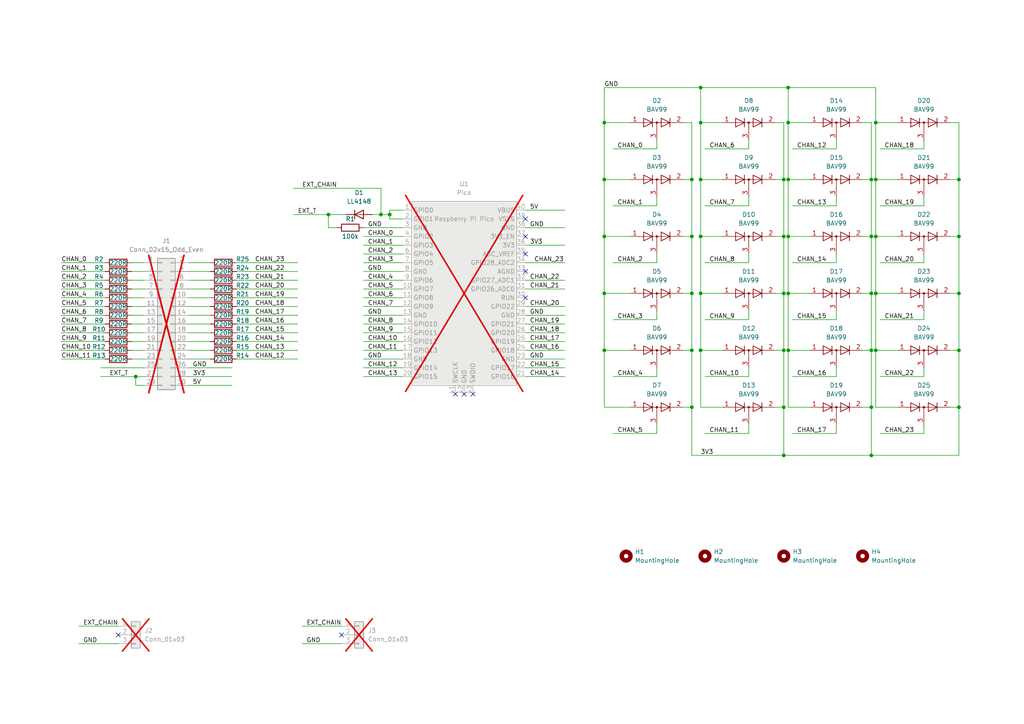
<source format=kicad_sch>
(kicad_sch (version 20231120) (generator "eeschema") (generator_version "8.0")
  (paper "A4")
  (lib_symbols
    (symbol "Connector_Generic:Conn_01x03" (pin_names (offset 1.016) hide)
      (property "Reference" "J" (at 0 5.08 0))
      (property "Value" "Conn_01x03" (at 0 -5.08 0))
      (symbol "Conn_01x03_1_1"
        (rectangle (start -1.27 -2.413) (end 0 -2.667) (stroke (width 0.1524)))
        (rectangle (start -1.27 0.127) (end 0 -0.127) (stroke (width 0.1524)))
        (rectangle (start -1.27 2.667) (end 0 2.413) (stroke (width 0.1524)))
        (rectangle (start -1.27 3.81) (end 1.27 -3.81) (stroke (width 0.254)) (fill (type background)))
        (pin passive line (at -5.08 2.54 0) (length 3.81) (name "Pin_1") (number "1"))
        (pin passive line (at -5.08 0 0) (length 3.81) (name "Pin_2") (number "2"))
        (pin passive line (at -5.08 -2.54 0) (length 3.81) (name "Pin_3") (number "3"))
      )
    )
    (symbol "Connector_Generic:Conn_02x15_Odd_Even" (pin_names (offset 1.016) hide)
      (property "Reference" "J" (at 1.27 20.32 0))
      (property "Value" "Conn_02x15_Odd_Even" (at 1.27 -20.32 0))
      (symbol "Conn_02x15_Odd_Even_1_1"
        (rectangle (start -1.27 -17.653) (end 0 -17.907) (stroke (width 0.1524)))
        (rectangle (start -1.27 -15.113) (end 0 -15.367) (stroke (width 0.1524)))
        (rectangle (start -1.27 -12.573) (end 0 -12.827) (stroke (width 0.1524)))
        (rectangle (start -1.27 -10.033) (end 0 -10.287) (stroke (width 0.1524)))
        (rectangle (start -1.27 -7.493) (end 0 -7.747) (stroke (width 0.1524)))
        (rectangle (start -1.27 -4.953) (end 0 -5.207) (stroke (width 0.1524)))
        (rectangle (start -1.27 -2.413) (end 0 -2.667) (stroke (width 0.1524)))
        (rectangle (start -1.27 0.127) (end 0 -0.127) (stroke (width 0.1524)))
        (rectangle (start -1.27 2.667) (end 0 2.413) (stroke (width 0.1524)))
        (rectangle (start -1.27 5.207) (end 0 4.953) (stroke (width 0.1524)))
        (rectangle (start -1.27 7.747) (end 0 7.493) (stroke (width 0.1524)))
        (rectangle (start -1.27 10.287) (end 0 10.033) (stroke (width 0.1524)))
        (rectangle (start -1.27 12.827) (end 0 12.573) (stroke (width 0.1524)))
        (rectangle (start -1.27 15.367) (end 0 15.113) (stroke (width 0.1524)))
        (rectangle (start -1.27 17.907) (end 0 17.653) (stroke (width 0.1524)))
        (rectangle (start -1.27 19.05) (end 3.81 -19.05) (stroke (width 0.254)) (fill (type background)))
        (rectangle (start 3.81 -17.653) (end 2.54 -17.907) (stroke (width 0.1524)))
        (rectangle (start 3.81 -15.113) (end 2.54 -15.367) (stroke (width 0.1524)))
        (rectangle (start 3.81 -12.573) (end 2.54 -12.827) (stroke (width 0.1524)))
        (rectangle (start 3.81 -10.033) (end 2.54 -10.287) (stroke (width 0.1524)))
        (rectangle (start 3.81 -7.493) (end 2.54 -7.747) (stroke (width 0.1524)))
        (rectangle (start 3.81 -4.953) (end 2.54 -5.207) (stroke (width 0.1524)))
        (rectangle (start 3.81 -2.413) (end 2.54 -2.667) (stroke (width 0.1524)))
        (rectangle (start 3.81 0.127) (end 2.54 -0.127) (stroke (width 0.1524)))
        (rectangle (start 3.81 2.667) (end 2.54 2.413) (stroke (width 0.1524)))
        (rectangle (start 3.81 5.207) (end 2.54 4.953) (stroke (width 0.1524)))
        (rectangle (start 3.81 7.747) (end 2.54 7.493) (stroke (width 0.1524)))
        (rectangle (start 3.81 10.287) (end 2.54 10.033) (stroke (width 0.1524)))
        (rectangle (start 3.81 12.827) (end 2.54 12.573) (stroke (width 0.1524)))
        (rectangle (start 3.81 15.367) (end 2.54 15.113) (stroke (width 0.1524)))
        (rectangle (start 3.81 17.907) (end 2.54 17.653) (stroke (width 0.1524)))
        (pin passive line (at -5.08 17.78 0) (length 3.81) (name "Pin_1") (number "1"))
        (pin passive line (at 7.62 7.62 180) (length 3.81) (name "Pin_10") (number "10"))
        (pin passive line (at -5.08 5.08 0) (length 3.81) (name "Pin_11") (number "11"))
        (pin passive line (at 7.62 5.08 180) (length 3.81) (name "Pin_12") (number "12"))
        (pin passive line (at -5.08 2.54 0) (length 3.81) (name "Pin_13") (number "13"))
        (pin passive line (at 7.62 2.54 180) (length 3.81) (name "Pin_14") (number "14"))
        (pin passive line (at -5.08 0 0) (length 3.81) (name "Pin_15") (number "15"))
        (pin passive line (at 7.62 0 180) (length 3.81) (name "Pin_16") (number "16"))
        (pin passive line (at -5.08 -2.54 0) (length 3.81) (name "Pin_17") (number "17"))
        (pin passive line (at 7.62 -2.54 180) (length 3.81) (name "Pin_18") (number "18"))
        (pin passive line (at -5.08 -5.08 0) (length 3.81) (name "Pin_19") (number "19"))
        (pin passive line (at 7.62 17.78 180) (length 3.81) (name "Pin_2") (number "2"))
        (pin passive line (at 7.62 -5.08 180) (length 3.81) (name "Pin_20") (number "20"))
        (pin passive line (at -5.08 -7.62 0) (length 3.81) (name "Pin_21") (number "21"))
        (pin passive line (at 7.62 -7.62 180) (length 3.81) (name "Pin_22") (number "22"))
        (pin passive line (at -5.08 -10.16 0) (length 3.81) (name "Pin_23") (number "23"))
        (pin passive line (at 7.62 -10.16 180) (length 3.81) (name "Pin_24") (number "24"))
        (pin passive line (at -5.08 -12.7 0) (length 3.81) (name "Pin_25") (number "25"))
        (pin passive line (at 7.62 -12.7 180) (length 3.81) (name "Pin_26") (number "26"))
        (pin passive line (at -5.08 -15.24 0) (length 3.81) (name "Pin_27") (number "27"))
        (pin passive line (at 7.62 -15.24 180) (length 3.81) (name "Pin_28") (number "28"))
        (pin passive line (at -5.08 -17.78 0) (length 3.81) (name "Pin_29") (number "29"))
        (pin passive line (at -5.08 15.24 0) (length 3.81) (name "Pin_3") (number "3"))
        (pin passive line (at 7.62 -17.78 180) (length 3.81) (name "Pin_30") (number "30"))
        (pin passive line (at 7.62 15.24 180) (length 3.81) (name "Pin_4") (number "4"))
        (pin passive line (at -5.08 12.7 0) (length 3.81) (name "Pin_5") (number "5"))
        (pin passive line (at 7.62 12.7 180) (length 3.81) (name "Pin_6") (number "6"))
        (pin passive line (at -5.08 10.16 0) (length 3.81) (name "Pin_7") (number "7"))
        (pin passive line (at 7.62 10.16 180) (length 3.81) (name "Pin_8") (number "8"))
        (pin passive line (at -5.08 7.62 0) (length 3.81) (name "Pin_9") (number "9"))
      )
    )
    (symbol "Device:R" (pin_numbers hide) (pin_names (offset 0))
      (property "Reference" "R" (at 2.032 0 90))
      (property "Value" "R" (at 0 0 90))
      (symbol "R_0_1"
        (rectangle (start -1.016 -2.54) (end 1.016 2.54) (stroke (width 0.254)))
      )
      (symbol "R_1_1"
        (pin passive line (at 0 3.81 270) (length 1.27) (name "~") (number "1"))
        (pin passive line (at 0 -3.81 90) (length 1.27) (name "~") (number "2"))
      )
    )
    (symbol "Diode:BAV99" (pin_names hide)
      (property "Reference" "D" (at 0 5.08 0))
      (property "Value" "BAV99" (at 0 2.54 0))
      (symbol "BAV99_0_1"
        (polyline (pts (xy -5.08 0) (xy 5.08 0)))
      )
      (symbol "BAV99_1_1"
        (polyline (pts (xy 0 0) (xy 0 -2.54)))
        (polyline (pts (xy -1.27 -1.27) (xy -1.27 1.27) (xy -1.27 1.27)) (stroke (width 0.2032)))
        (polyline (pts (xy 3.81 1.27) (xy 3.81 -1.27) (xy 3.81 -1.27)) (stroke (width 0.2032)))
        (polyline (pts (xy -3.81 1.27) (xy -1.27 0) (xy -3.81 -1.27) (xy -3.81 1.27) (xy -3.81 1.27) (xy -3.81 1.27)) (stroke (width 0.2032)))
        (polyline (pts (xy 1.27 1.27) (xy 3.81 0) (xy 1.27 -1.27) (xy 1.27 1.27) (xy 1.27 1.27) (xy 1.27 1.27)) (stroke (width 0.2032)))
        (circle (center 0 0) (radius 0.254) (fill (type outline)))
        (pin passive line (at -7.62 0 0) (length 2.54) (name "K") (number "1"))
        (pin passive line (at 7.62 0 180) (length 2.54) (name "A") (number "2"))
        (pin passive line (at 0 -5.08 90) (length 2.54) (name "K") (number "3"))
      )
    )
    (symbol "Diode:LL4148" (pin_numbers hide) (pin_names (offset 1.016) hide)
      (property "Reference" "D" (at 0 2.54 0))
      (property "Value" "LL4148" (at 0 -2.54 0))
      (symbol "LL4148_0_1"
        (polyline (pts (xy -1.27 1.27) (xy -1.27 -1.27)) (stroke (width 0.254)))
        (polyline (pts (xy 1.27 0) (xy -1.27 0)))
        (polyline (pts (xy 1.27 1.27) (xy 1.27 -1.27) (xy -1.27 0) (xy 1.27 1.27)) (stroke (width 0.254)))
      )
      (symbol "LL4148_1_1"
        (pin passive line (at -3.81 0 0) (length 2.54) (name "K") (number "1"))
        (pin passive line (at 3.81 0 180) (length 2.54) (name "A") (number "2"))
      )
    )
    (symbol "MCU_RaspberryPi_and_Boards:Pico"
      (property "Reference" "U" (at -13.97 27.94 0))
      (property "Value" "Pico" (at 0 19.05 0))
      (symbol "Pico_0_0"
        (text "Raspberry Pi Pico" (at 0 21.59 0) (effects (font (size 1.27 1.27))))
      )
      (symbol "Pico_0_1"
        (rectangle (start -15.24 26.67) (end 15.24 -26.67) (fill (type background)))
      )
      (symbol "Pico_1_1"
        (pin bidirectional line (at -17.78 24.13 0) (length 2.54) (name "GPIO0") (number "1"))
        (pin bidirectional line (at -17.78 1.27 0) (length 2.54) (name "GPIO7") (number "10"))
        (pin bidirectional line (at -17.78 -1.27 0) (length 2.54) (name "GPIO8") (number "11"))
        (pin bidirectional line (at -17.78 -3.81 0) (length 2.54) (name "GPIO9") (number "12"))
        (pin power_in line (at -17.78 -6.35 0) (length 2.54) (name "GND") (number "13"))
        (pin bidirectional line (at -17.78 -8.89 0) (length 2.54) (name "GPIO10") (number "14"))
        (pin bidirectional line (at -17.78 -11.43 0) (length 2.54) (name "GPIO11") (number "15"))
        (pin bidirectional line (at -17.78 -13.97 0) (length 2.54) (name "GPIO12") (number "16"))
        (pin bidirectional line (at -17.78 -16.51 0) (length 2.54) (name "GPIO13") (number "17"))
        (pin power_in line (at -17.78 -19.05 0) (length 2.54) (name "GND") (number "18"))
        (pin bidirectional line (at -17.78 -21.59 0) (length 2.54) (name "GPIO14") (number "19"))
        (pin bidirectional line (at -17.78 21.59 0) (length 2.54) (name "GPIO1") (number "2"))
        (pin bidirectional line (at -17.78 -24.13 0) (length 2.54) (name "GPIO15") (number "20"))
        (pin bidirectional line (at 17.78 -24.13 180) (length 2.54) (name "GPIO16") (number "21"))
        (pin bidirectional line (at 17.78 -21.59 180) (length 2.54) (name "GPIO17") (number "22"))
        (pin power_in line (at 17.78 -19.05 180) (length 2.54) (name "GND") (number "23"))
        (pin bidirectional line (at 17.78 -16.51 180) (length 2.54) (name "GPIO18") (number "24"))
        (pin bidirectional line (at 17.78 -13.97 180) (length 2.54) (name "GPIO19") (number "25"))
        (pin bidirectional line (at 17.78 -11.43 180) (length 2.54) (name "GPIO20") (number "26"))
        (pin bidirectional line (at 17.78 -8.89 180) (length 2.54) (name "GPIO21") (number "27"))
        (pin power_in line (at 17.78 -6.35 180) (length 2.54) (name "GND") (number "28"))
        (pin bidirectional line (at 17.78 -3.81 180) (length 2.54) (name "GPIO22") (number "29"))
        (pin power_in line (at -17.78 19.05 0) (length 2.54) (name "GND") (number "3"))
        (pin input line (at 17.78 -1.27 180) (length 2.54) (name "RUN") (number "30"))
        (pin bidirectional line (at 17.78 1.27 180) (length 2.54) (name "GPIO26_ADC0") (number "31"))
        (pin bidirectional line (at 17.78 3.81 180) (length 2.54) (name "GPIO27_ADC1") (number "32"))
        (pin power_in line (at 17.78 6.35 180) (length 2.54) (name "AGND") (number "33"))
        (pin bidirectional line (at 17.78 8.89 180) (length 2.54) (name "GPIO28_ADC2") (number "34"))
        (pin power_in line (at 17.78 11.43 180) (length 2.54) (name "ADC_VREF") (number "35"))
        (pin power_in line (at 17.78 13.97 180) (length 2.54) (name "3V3") (number "36"))
        (pin input line (at 17.78 16.51 180) (length 2.54) (name "3V3_EN") (number "37"))
        (pin bidirectional line (at 17.78 19.05 180) (length 2.54) (name "GND") (number "38"))
        (pin power_in line (at 17.78 21.59 180) (length 2.54) (name "VSYS") (number "39"))
        (pin bidirectional line (at -17.78 16.51 0) (length 2.54) (name "GPIO2") (number "4"))
        (pin power_in line (at 17.78 24.13 180) (length 2.54) (name "VBUS") (number "40"))
        (pin input line (at -2.54 -29.21 90) (length 2.54) (name "SWCLK") (number "41"))
        (pin power_in line (at 0 -29.21 90) (length 2.54) (name "GND") (number "42"))
        (pin bidirectional line (at 2.54 -29.21 90) (length 2.54) (name "SWDIO") (number "43"))
        (pin bidirectional line (at -17.78 13.97 0) (length 2.54) (name "GPIO3") (number "5"))
        (pin bidirectional line (at -17.78 11.43 0) (length 2.54) (name "GPIO4") (number "6"))
        (pin bidirectional line (at -17.78 8.89 0) (length 2.54) (name "GPIO5") (number "7"))
        (pin power_in line (at -17.78 6.35 0) (length 2.54) (name "GND") (number "8"))
        (pin bidirectional line (at -17.78 3.81 0) (length 2.54) (name "GPIO6") (number "9"))
      )
    )
    (symbol "Mechanical:MountingHole" (pin_names (offset 1.016)) (exclude_from_sim yes) (in_bom no)
      (property "Reference" "H" (at 0 5.08 0))
      (property "Value" "MountingHole" (at 0 3.175 0))
      (symbol "MountingHole_0_1"
        (circle (center 0 0) (radius 1.27) (stroke (width 1.27)))
      )
    )
  )
  (junction (at 252.73 101.6))
  (junction (at 252.73 118.11))
  (junction (at 228.6 25.4))
  (junction (at 252.73 68.58))
  (junction (at 203.2 35.56))
  (junction (at 227.33 85.09))
  (junction (at 200.66 68.58))
  (junction (at 227.33 101.6))
  (junction (at 203.2 68.58))
  (junction (at 95.25 62.23))
  (junction (at 203.2 101.6))
  (junction (at 228.6 68.58))
  (junction (at 175.26 85.09))
  (junction (at 203.2 85.09))
  (junction (at 252.73 85.09))
  (junction (at 228.6 101.6))
  (junction (at 227.33 68.58))
  (junction (at 203.2 25.4))
  (junction (at 228.6 35.56))
  (junction (at 254 85.09))
  (junction (at 254 68.58))
  (junction (at 254 101.6))
  (junction (at 200.66 85.09))
  (junction (at 278.13 101.6))
  (junction (at 175.26 101.6))
  (junction (at 254 52.07))
  (junction (at 200.66 118.11))
  (junction (at 175.26 68.58))
  (junction (at 200.66 101.6))
  (junction (at 278.13 52.07))
  (junction (at 254 35.56))
  (junction (at 278.13 68.58))
  (junction (at 252.73 132.08))
  (junction (at 175.26 52.07))
  (junction (at 278.13 85.09))
  (junction (at 227.33 118.11))
  (junction (at 175.26 35.56))
  (junction (at 39.37 109.22))
  (junction (at 228.6 52.07))
  (junction (at 252.73 52.07))
  (junction (at 227.33 52.07))
  (junction (at 113.03 62.23))
  (junction (at 278.13 118.11))
  (junction (at 227.33 132.08))
  (junction (at 203.2 52.07))
  (junction (at 228.6 85.09))
  (junction (at 110.49 62.23))
  (junction (at 200.66 52.07))
  (no_connect (at 34.29 184.15))
  (no_connect (at 99.06 184.15))
  (no_connect (at 152.4 86.36))
  (no_connect (at 152.4 63.5))
  (no_connect (at 152.4 68.58))
  (no_connect (at 152.4 73.66))
  (no_connect (at 152.4 78.74))
  (no_connect (at 137.16 114.3))
  (no_connect (at 134.62 114.3))
  (no_connect (at 132.08 114.3))
  (wire (pts (xy 105.41 86.36) (xy 116.84 86.36)))
  (wire (pts (xy 54.61 86.36) (xy 60.96 86.36)))
  (wire (pts (xy 17.78 81.28) (xy 30.48 81.28)))
  (wire (pts (xy 107.95 62.23) (xy 110.49 62.23)))
  (wire (pts (xy 38.1 99.06) (xy 41.91 99.06)))
  (wire (pts (xy 175.26 25.4) (xy 203.2 25.4)))
  (wire (pts (xy 254 68.58) (xy 254 85.09)))
  (wire (pts (xy 38.1 91.44) (xy 41.91 91.44)))
  (wire (pts (xy 54.61 88.9) (xy 60.96 88.9)))
  (wire (pts (xy 229.87 92.71) (xy 242.57 92.71)))
  (wire (pts (xy 200.66 132.08) (xy 227.33 132.08)))
  (wire (pts (xy 229.87 59.69) (xy 242.57 59.69)))
  (wire (pts (xy 17.78 88.9) (xy 30.48 88.9)))
  (wire (pts (xy 38.1 101.6) (xy 41.91 101.6)))
  (wire (pts (xy 54.61 111.76) (xy 67.31 111.76)))
  (wire (pts (xy 203.2 101.6) (xy 209.55 101.6)))
  (wire (pts (xy 228.6 25.4) (xy 228.6 35.56)))
  (wire (pts (xy 250.19 52.07) (xy 252.73 52.07)))
  (wire (pts (xy 68.58 91.44) (xy 86.36 91.44)))
  (wire (pts (xy 175.26 101.6) (xy 182.88 101.6)))
  (wire (pts (xy 255.27 59.69) (xy 267.97 59.69)))
  (wire (pts (xy 228.6 85.09) (xy 234.95 85.09)))
  (wire (pts (xy 252.73 101.6) (xy 252.73 118.11)))
  (wire (pts (xy 152.4 81.28) (xy 163.83 81.28)))
  (wire (pts (xy 217.17 73.66) (xy 217.17 76.2)))
  (wire (pts (xy 252.73 68.58) (xy 252.73 85.09)))
  (wire (pts (xy 175.26 25.4) (xy 175.26 35.56)))
  (wire (pts (xy 278.13 101.6) (xy 278.13 118.11)))
  (wire (pts (xy 68.58 101.6) (xy 86.36 101.6)))
  (wire (pts (xy 200.66 68.58) (xy 200.66 85.09)))
  (wire (pts (xy 152.4 83.82) (xy 163.83 83.82)))
  (wire (pts (xy 68.58 81.28) (xy 86.36 81.28)))
  (wire (pts (xy 68.58 88.9) (xy 86.36 88.9)))
  (wire (pts (xy 17.78 91.44) (xy 30.48 91.44)))
  (wire (pts (xy 198.12 35.56) (xy 200.66 35.56)))
  (wire (pts (xy 252.73 85.09) (xy 252.73 101.6)))
  (wire (pts (xy 227.33 52.07) (xy 227.33 68.58)))
  (wire (pts (xy 200.66 52.07) (xy 200.66 68.58)))
  (wire (pts (xy 105.41 106.68) (xy 116.84 106.68)))
  (wire (pts (xy 95.25 62.23) (xy 100.33 62.23)))
  (wire (pts (xy 278.13 35.56) (xy 278.13 52.07)))
  (wire (pts (xy 224.79 68.58) (xy 227.33 68.58)))
  (wire (pts (xy 105.41 78.74) (xy 116.84 78.74)))
  (wire (pts (xy 209.55 118.11) (xy 203.2 118.11)))
  (wire (pts (xy 198.12 68.58) (xy 200.66 68.58)))
  (wire (pts (xy 200.66 101.6) (xy 200.66 118.11)))
  (wire (pts (xy 175.26 85.09) (xy 175.26 101.6)))
  (wire (pts (xy 17.78 101.6) (xy 30.48 101.6)))
  (wire (pts (xy 254 35.56) (xy 260.35 35.56)))
  (wire (pts (xy 190.5 123.19) (xy 190.5 125.73)))
  (wire (pts (xy 54.61 76.2) (xy 60.96 76.2)))
  (wire (pts (xy 242.57 90.17) (xy 242.57 92.71)))
  (wire (pts (xy 152.4 60.96) (xy 163.83 60.96)))
  (wire (pts (xy 38.1 83.82) (xy 41.91 83.82)))
  (wire (pts (xy 252.73 52.07) (xy 252.73 68.58)))
  (wire (pts (xy 105.41 66.04) (xy 116.84 66.04)))
  (wire (pts (xy 250.19 35.56) (xy 252.73 35.56)))
  (wire (pts (xy 113.03 62.23) (xy 113.03 63.5)))
  (wire (pts (xy 190.5 40.64) (xy 190.5 43.18)))
  (wire (pts (xy 278.13 118.11) (xy 278.13 132.08)))
  (wire (pts (xy 17.78 83.82) (xy 30.48 83.82)))
  (wire (pts (xy 204.47 59.69) (xy 217.17 59.69)))
  (wire (pts (xy 228.6 25.4) (xy 254 25.4)))
  (wire (pts (xy 242.57 73.66) (xy 242.57 76.2)))
  (wire (pts (xy 267.97 73.66) (xy 267.97 76.2)))
  (wire (pts (xy 267.97 106.68) (xy 267.97 109.22)))
  (wire (pts (xy 177.8 76.2) (xy 190.5 76.2)))
  (wire (pts (xy 54.61 99.06) (xy 60.96 99.06)))
  (wire (pts (xy 54.61 106.68) (xy 67.31 106.68)))
  (wire (pts (xy 105.41 88.9) (xy 116.84 88.9)))
  (wire (pts (xy 278.13 68.58) (xy 278.13 85.09)))
  (wire (pts (xy 228.6 101.6) (xy 234.95 101.6)))
  (wire (pts (xy 267.97 40.64) (xy 267.97 43.18)))
  (wire (pts (xy 39.37 109.22) (xy 39.37 111.76)))
  (wire (pts (xy 190.5 90.17) (xy 190.5 92.71)))
  (wire (pts (xy 105.41 83.82) (xy 116.84 83.82)))
  (wire (pts (xy 113.03 63.5) (xy 116.84 63.5)))
  (wire (pts (xy 200.66 118.11) (xy 200.66 132.08)))
  (wire (pts (xy 227.33 35.56) (xy 227.33 52.07)))
  (wire (pts (xy 260.35 118.11) (xy 254 118.11)))
  (wire (pts (xy 203.2 35.56) (xy 209.55 35.56)))
  (wire (pts (xy 254 52.07) (xy 260.35 52.07)))
  (wire (pts (xy 85.09 62.23) (xy 95.25 62.23)))
  (wire (pts (xy 152.4 106.68) (xy 163.83 106.68)))
  (wire (pts (xy 152.4 88.9) (xy 163.83 88.9)))
  (wire (pts (xy 275.59 101.6) (xy 278.13 101.6)))
  (wire (pts (xy 252.73 132.08) (xy 227.33 132.08)))
  (wire (pts (xy 17.78 78.74) (xy 30.48 78.74)))
  (wire (pts (xy 54.61 83.82) (xy 60.96 83.82)))
  (wire (pts (xy 152.4 101.6) (xy 163.83 101.6)))
  (wire (pts (xy 17.78 99.06) (xy 30.48 99.06)))
  (wire (pts (xy 177.8 109.22) (xy 190.5 109.22)))
  (wire (pts (xy 38.1 81.28) (xy 41.91 81.28)))
  (wire (pts (xy 198.12 101.6) (xy 200.66 101.6)))
  (wire (pts (xy 190.5 106.68) (xy 190.5 109.22)))
  (wire (pts (xy 203.2 25.4) (xy 203.2 35.56)))
  (wire (pts (xy 255.27 92.71) (xy 267.97 92.71)))
  (wire (pts (xy 95.25 66.04) (xy 95.25 62.23)))
  (wire (pts (xy 182.88 118.11) (xy 175.26 118.11)))
  (wire (pts (xy 217.17 123.19) (xy 217.17 125.73)))
  (wire (pts (xy 175.26 68.58) (xy 175.26 85.09)))
  (wire (pts (xy 267.97 57.15) (xy 267.97 59.69)))
  (wire (pts (xy 152.4 96.52) (xy 163.83 96.52)))
  (wire (pts (xy 39.37 111.76) (xy 41.91 111.76)))
  (wire (pts (xy 175.26 52.07) (xy 175.26 68.58)))
  (wire (pts (xy 38.1 78.74) (xy 41.91 78.74)))
  (wire (pts (xy 198.12 52.07) (xy 200.66 52.07)))
  (wire (pts (xy 254 52.07) (xy 254 68.58)))
  (wire (pts (xy 224.79 118.11) (xy 227.33 118.11)))
  (wire (pts (xy 87.63 186.69) (xy 99.06 186.69)))
  (wire (pts (xy 203.2 85.09) (xy 209.55 85.09)))
  (wire (pts (xy 38.1 76.2) (xy 41.91 76.2)))
  (wire (pts (xy 105.41 91.44) (xy 116.84 91.44)))
  (wire (pts (xy 242.57 57.15) (xy 242.57 59.69)))
  (wire (pts (xy 175.26 52.07) (xy 182.88 52.07)))
  (wire (pts (xy 229.87 109.22) (xy 242.57 109.22)))
  (wire (pts (xy 29.21 106.68) (xy 41.91 106.68)))
  (wire (pts (xy 224.79 101.6) (xy 227.33 101.6)))
  (wire (pts (xy 38.1 104.14) (xy 41.91 104.14)))
  (wire (pts (xy 204.47 76.2) (xy 217.17 76.2)))
  (wire (pts (xy 54.61 96.52) (xy 60.96 96.52)))
  (wire (pts (xy 54.61 109.22) (xy 67.31 109.22)))
  (wire (pts (xy 105.41 109.22) (xy 116.84 109.22)))
  (wire (pts (xy 242.57 40.64) (xy 242.57 43.18)))
  (wire (pts (xy 152.4 91.44) (xy 163.83 91.44)))
  (wire (pts (xy 255.27 109.22) (xy 267.97 109.22)))
  (wire (pts (xy 224.79 35.56) (xy 227.33 35.56)))
  (wire (pts (xy 267.97 123.19) (xy 267.97 125.73)))
  (wire (pts (xy 175.26 101.6) (xy 175.26 118.11)))
  (wire (pts (xy 190.5 57.15) (xy 190.5 59.69)))
  (wire (pts (xy 275.59 85.09) (xy 278.13 85.09)))
  (wire (pts (xy 228.6 68.58) (xy 228.6 85.09)))
  (wire (pts (xy 242.57 123.19) (xy 242.57 125.73)))
  (wire (pts (xy 203.2 35.56) (xy 203.2 52.07)))
  (wire (pts (xy 113.03 60.96) (xy 116.84 60.96)))
  (wire (pts (xy 278.13 52.07) (xy 278.13 68.58)))
  (wire (pts (xy 85.09 54.61) (xy 110.49 54.61)))
  (wire (pts (xy 38.1 86.36) (xy 41.91 86.36)))
  (wire (pts (xy 255.27 76.2) (xy 267.97 76.2)))
  (wire (pts (xy 275.59 68.58) (xy 278.13 68.58)))
  (wire (pts (xy 217.17 57.15) (xy 217.17 59.69)))
  (wire (pts (xy 38.1 96.52) (xy 41.91 96.52)))
  (wire (pts (xy 152.4 93.98) (xy 163.83 93.98)))
  (wire (pts (xy 203.2 68.58) (xy 209.55 68.58)))
  (wire (pts (xy 110.49 54.61) (xy 110.49 62.23)))
  (wire (pts (xy 68.58 104.14) (xy 86.36 104.14)))
  (wire (pts (xy 152.4 66.04) (xy 163.83 66.04)))
  (wire (pts (xy 54.61 78.74) (xy 60.96 78.74)))
  (wire (pts (xy 105.41 96.52) (xy 116.84 96.52)))
  (wire (pts (xy 228.6 35.56) (xy 234.95 35.56)))
  (wire (pts (xy 254 101.6) (xy 260.35 101.6)))
  (wire (pts (xy 17.78 104.14) (xy 30.48 104.14)))
  (wire (pts (xy 105.41 93.98) (xy 116.84 93.98)))
  (wire (pts (xy 152.4 71.12) (xy 163.83 71.12)))
  (wire (pts (xy 278.13 132.08) (xy 252.73 132.08)))
  (wire (pts (xy 22.86 186.69) (xy 34.29 186.69)))
  (wire (pts (xy 105.41 76.2) (xy 116.84 76.2)))
  (wire (pts (xy 228.6 85.09) (xy 228.6 101.6)))
  (wire (pts (xy 203.2 25.4) (xy 228.6 25.4)))
  (wire (pts (xy 228.6 52.07) (xy 228.6 68.58)))
  (wire (pts (xy 227.33 85.09) (xy 227.33 101.6)))
  (wire (pts (xy 200.66 85.09) (xy 200.66 101.6)))
  (wire (pts (xy 227.33 68.58) (xy 227.33 85.09)))
  (wire (pts (xy 17.78 86.36) (xy 30.48 86.36)))
  (wire (pts (xy 177.8 125.73) (xy 190.5 125.73)))
  (wire (pts (xy 87.63 181.61) (xy 99.06 181.61)))
  (wire (pts (xy 190.5 73.66) (xy 190.5 76.2)))
  (wire (pts (xy 217.17 40.64) (xy 217.17 43.18)))
  (wire (pts (xy 97.79 66.04) (xy 95.25 66.04)))
  (wire (pts (xy 38.1 88.9) (xy 41.91 88.9)))
  (wire (pts (xy 177.8 59.69) (xy 190.5 59.69)))
  (wire (pts (xy 228.6 35.56) (xy 228.6 52.07)))
  (wire (pts (xy 228.6 101.6) (xy 228.6 118.11)))
  (wire (pts (xy 17.78 96.52) (xy 30.48 96.52)))
  (wire (pts (xy 242.57 106.68) (xy 242.57 109.22)))
  (wire (pts (xy 152.4 99.06) (xy 163.83 99.06)))
  (wire (pts (xy 105.41 68.58) (xy 116.84 68.58)))
  (wire (pts (xy 152.4 76.2) (xy 163.83 76.2)))
  (wire (pts (xy 227.33 101.6) (xy 227.33 118.11)))
  (wire (pts (xy 113.03 60.96) (xy 113.03 62.23)))
  (wire (pts (xy 217.17 106.68) (xy 217.17 109.22)))
  (wire (pts (xy 203.2 52.07) (xy 203.2 68.58)))
  (wire (pts (xy 275.59 35.56) (xy 278.13 35.56)))
  (wire (pts (xy 68.58 76.2) (xy 86.36 76.2)))
  (wire (pts (xy 278.13 85.09) (xy 278.13 101.6)))
  (wire (pts (xy 204.47 43.18) (xy 217.17 43.18)))
  (wire (pts (xy 39.37 109.22) (xy 41.91 109.22)))
  (wire (pts (xy 175.26 85.09) (xy 182.88 85.09)))
  (wire (pts (xy 275.59 118.11) (xy 278.13 118.11)))
  (wire (pts (xy 204.47 125.73) (xy 217.17 125.73)))
  (wire (pts (xy 275.59 52.07) (xy 278.13 52.07)))
  (wire (pts (xy 29.21 109.22) (xy 39.37 109.22)))
  (wire (pts (xy 54.61 81.28) (xy 60.96 81.28)))
  (wire (pts (xy 204.47 109.22) (xy 217.17 109.22)))
  (wire (pts (xy 175.26 68.58) (xy 182.88 68.58)))
  (wire (pts (xy 54.61 101.6) (xy 60.96 101.6)))
  (wire (pts (xy 105.41 73.66) (xy 116.84 73.66)))
  (wire (pts (xy 203.2 52.07) (xy 209.55 52.07)))
  (wire (pts (xy 254 85.09) (xy 260.35 85.09)))
  (wire (pts (xy 250.19 85.09) (xy 252.73 85.09)))
  (wire (pts (xy 152.4 109.22) (xy 163.83 109.22)))
  (wire (pts (xy 68.58 78.74) (xy 86.36 78.74)))
  (wire (pts (xy 224.79 52.07) (xy 227.33 52.07)))
  (wire (pts (xy 17.78 76.2) (xy 30.48 76.2)))
  (wire (pts (xy 254 85.09) (xy 254 101.6)))
  (wire (pts (xy 217.17 90.17) (xy 217.17 92.71)))
  (wire (pts (xy 255.27 125.73) (xy 267.97 125.73)))
  (wire (pts (xy 17.78 93.98) (xy 30.48 93.98)))
  (wire (pts (xy 224.79 85.09) (xy 227.33 85.09)))
  (wire (pts (xy 203.2 85.09) (xy 203.2 101.6)))
  (wire (pts (xy 54.61 91.44) (xy 60.96 91.44)))
  (wire (pts (xy 177.8 43.18) (xy 190.5 43.18)))
  (wire (pts (xy 68.58 93.98) (xy 86.36 93.98)))
  (wire (pts (xy 110.49 62.23) (xy 113.03 62.23)))
  (wire (pts (xy 228.6 68.58) (xy 234.95 68.58)))
  (wire (pts (xy 68.58 83.82) (xy 86.36 83.82)))
  (wire (pts (xy 22.86 181.61) (xy 34.29 181.61)))
  (wire (pts (xy 203.2 101.6) (xy 203.2 118.11)))
  (wire (pts (xy 177.8 92.71) (xy 190.5 92.71)))
  (wire (pts (xy 200.66 35.56) (xy 200.66 52.07)))
  (wire (pts (xy 152.4 104.14) (xy 163.83 104.14)))
  (wire (pts (xy 250.19 68.58) (xy 252.73 68.58)))
  (wire (pts (xy 198.12 85.09) (xy 200.66 85.09)))
  (wire (pts (xy 204.47 92.71) (xy 217.17 92.71)))
  (wire (pts (xy 254 68.58) (xy 260.35 68.58)))
  (wire (pts (xy 254 101.6) (xy 254 118.11)))
  (wire (pts (xy 198.12 118.11) (xy 200.66 118.11)))
  (wire (pts (xy 234.95 118.11) (xy 228.6 118.11)))
  (wire (pts (xy 229.87 76.2) (xy 242.57 76.2)))
  (wire (pts (xy 38.1 93.98) (xy 41.91 93.98)))
  (wire (pts (xy 175.26 35.56) (xy 182.88 35.56)))
  (wire (pts (xy 229.87 43.18) (xy 242.57 43.18)))
  (wire (pts (xy 105.41 101.6) (xy 116.84 101.6)))
  (wire (pts (xy 229.87 125.73) (xy 242.57 125.73)))
  (wire (pts (xy 105.41 71.12) (xy 116.84 71.12)))
  (wire (pts (xy 254 35.56) (xy 254 52.07)))
  (wire (pts (xy 250.19 118.11) (xy 252.73 118.11)))
  (wire (pts (xy 250.19 101.6) (xy 252.73 101.6)))
  (wire (pts (xy 105.41 99.06) (xy 116.84 99.06)))
  (wire (pts (xy 203.2 68.58) (xy 203.2 85.09)))
  (wire (pts (xy 252.73 118.11) (xy 252.73 132.08)))
  (wire (pts (xy 227.33 118.11) (xy 227.33 132.08)))
  (wire (pts (xy 228.6 52.07) (xy 234.95 52.07)))
  (wire (pts (xy 105.41 104.14) (xy 116.84 104.14)))
  (wire (pts (xy 105.41 81.28) (xy 116.84 81.28)))
  (wire (pts (xy 254 25.4) (xy 254 35.56)))
  (wire (pts (xy 68.58 96.52) (xy 86.36 96.52)))
  (wire (pts (xy 252.73 35.56) (xy 252.73 52.07)))
  (wire (pts (xy 255.27 43.18) (xy 267.97 43.18)))
  (wire (pts (xy 68.58 99.06) (xy 86.36 99.06)))
  (wire (pts (xy 54.61 93.98) (xy 60.96 93.98)))
  (wire (pts (xy 175.26 35.56) (xy 175.26 52.07)))
  (wire (pts (xy 267.97 90.17) (xy 267.97 92.71)))
  (wire (pts (xy 68.58 86.36) (xy 86.36 86.36)))
  (wire (pts (xy 54.61 104.14) (xy 60.96 104.14)))
  (label "CHAN_0" (at 179.07 43.18 0))
  (label "CHAN_20" (at 82.55 83.82 180))
  (label "3V3" (at 203.2 132.08 0))
  (label "CHAN_7" (at 205.74 59.69 0))
  (label "CHAN_8" (at 205.74 76.2 0))
  (label "CHAN_6" (at 17.78 91.44 0))
  (label "CHAN_8" (at 106.68 93.98 0))
  (label "CHAN_19" (at 153.67 93.98 0))
  (label "CHAN_10" (at 17.78 101.6 0))
  (label "CHAN_10" (at 205.74 109.22 0))
  (label "5V" (at 153.67 60.96 0))
  (label "CHAN_18" (at 153.67 96.52 0))
  (label "CHAN_17" (at 82.55 91.44 180))
  (label "CHAN_1" (at 17.78 78.74 0))
  (label "CHAN_7" (at 106.68 88.9 0))
  (label "EXT_T" (at 86.36 62.23 0))
  (label "CHAN_4" (at 179.07 109.22 0))
  (label "CHAN_23" (at 256.54 125.73 0))
  (label "5V" (at 55.88 111.76 0))
  (label "CHAN_5" (at 179.07 125.73 0))
  (label "GND" (at 175.26 25.4 0))
  (label "CHAN_11" (at 205.74 125.73 0))
  (label "CHAN_22" (at 82.55 78.74 180))
  (label "CHAN_6" (at 106.68 86.36 0))
  (label "CHAN_3" (at 179.07 92.71 0))
  (label "GND" (at 88.9 186.69 0))
  (label "GND" (at 106.68 104.14 0))
  (label "CHAN_16" (at 231.14 109.22 0))
  (label "CHAN_9" (at 106.68 96.52 0))
  (label "EXT_CHAIN" (at 87.63 54.61 0))
  (label "CHAN_22" (at 256.54 109.22 0))
  (label "CHAN_14" (at 153.67 109.22 0))
  (label "CHAN_2" (at 17.78 81.28 0))
  (label "EXT_CHAIN" (at 88.9 181.61 0))
  (label "GND" (at 153.67 66.04 0))
  (label "CHAN_12" (at 231.14 43.18 0))
  (label "CHAN_11" (at 17.78 104.14 0))
  (label "GND" (at 153.67 104.14 0))
  (label "CHAN_16" (at 82.55 93.98 180))
  (label "CHAN_3" (at 106.68 76.2 0))
  (label "CHAN_23" (at 82.55 76.2 180))
  (label "CHAN_16" (at 153.67 101.6 0))
  (label "CHAN_1" (at 179.07 59.69 0))
  (label "CHAN_7" (at 17.78 93.98 0))
  (label "GND" (at 153.67 91.44 0))
  (label "CHAN_1" (at 106.68 71.12 0))
  (label "CHAN_3" (at 17.78 83.82 0))
  (label "CHAN_15" (at 153.67 106.68 0))
  (label "CHAN_13" (at 231.14 59.69 0))
  (label "EXT_CHAIN" (at 24.13 181.61 0))
  (label "GND" (at 106.68 66.04 0))
  (label "CHAN_21" (at 82.55 81.28 180))
  (label "EXT_T" (at 31.75 109.22 0))
  (label "CHAN_21" (at 256.54 92.71 0))
  (label "CHAN_18" (at 256.54 43.18 0))
  (label "CHAN_14" (at 82.55 99.06 180))
  (label "CHAN_20" (at 256.54 76.2 0))
  (label "CHAN_9" (at 17.78 99.06 0))
  (label "3V3" (at 153.67 71.12 0))
  (label "CHAN_17" (at 231.14 125.73 0))
  (label "CHAN_9" (at 205.74 92.71 0))
  (label "CHAN_11" (at 106.68 101.6 0))
  (label "CHAN_13" (at 82.55 101.6 180))
  (label "CHAN_6" (at 205.74 43.18 0))
  (label "GND" (at 106.68 78.74 0))
  (label "CHAN_4" (at 106.68 81.28 0))
  (label "GND" (at 24.13 186.69 0))
  (label "CHAN_8" (at 17.78 96.52 0))
  (label "CHAN_15" (at 231.14 92.71 0))
  (label "3V3" (at 55.88 109.22 0))
  (label "CHAN_0" (at 17.78 76.2 0))
  (label "CHAN_14" (at 231.14 76.2 0))
  (label "CHAN_22" (at 153.67 81.28 0))
  (label "CHAN_21" (at 153.67 83.82 0))
  (label "CHAN_2" (at 179.07 76.2 0))
  (label "GND" (at 55.88 106.68 0))
  (label "CHAN_0" (at 106.68 68.58 0))
  (label "CHAN_12" (at 106.68 106.68 0))
  (label "CHAN_18" (at 82.55 88.9 180))
  (label "CHAN_12" (at 82.55 104.14 180))
  (label "CHAN_2" (at 106.68 73.66 0))
  (label "CHAN_19" (at 82.55 86.36 180))
  (label "CHAN_10" (at 106.68 99.06 0))
  (label "CHAN_5" (at 17.78 88.9 0))
  (label "CHAN_13" (at 106.68 109.22 0))
  (label "CHAN_20" (at 153.67 88.9 0))
  (label "CHAN_5" (at 106.68 83.82 0))
  (label "CHAN_4" (at 17.78 86.36 0))
  (label "GND" (at 106.68 91.44 0))
  (label "CHAN_15" (at 82.55 96.52 180))
  (label "CHAN_17" (at 153.67 99.06 0))
  (label "CHAN_23" (at 154.94 76.2 0))
  (label "CHAN_19" (at 256.54 59.69 0))
  (symbol (lib_id "Device:R") (at 64.77 99.06 270) (mirror x) (unit 1)
    (property "Reference" "R16" (at 70.358 98.044 90))
    (property "Value" "220R" (at 64.77 99.06 90))
    (property "Footprint" "Resistor_SMD:R_0603_1608Metric" (effects (hide yes)))
    (property "Description" "Resistor" (effects (hide yes)))
    (property "LCSC Part #" "C22962" (effects (hide yes)))
  )
  (symbol (lib_id "Device:R") (at 34.29 88.9 90) (unit 1)
    (property "Reference" "R7" (at 28.702 87.884 90))
    (property "Value" "220R" (at 34.29 88.9 90))
    (property "Footprint" "Resistor_SMD:R_0603_1608Metric" (effects (hide yes)))
    (property "Description" "Resistor" (effects (hide yes)))
    (property "LCSC Part #" "C22962" (effects (hide yes)))
  )
  (symbol (lib_id "Diode:BAV99") (at 217.17 85.09 0) (unit 1)
    (property "Reference" "D11" (at 217.17 78.74 0))
    (property "Value" "BAV99" (at 217.17 81.28 0))
    (property "Footprint" "Package_TO_SOT_SMD:SOT-23" (effects (hide yes)))
    (property "Datasheet" "https://assets.nexperia.com/documents/data-sheet/BAV99_SER.pdf" (effects (hide yes)))
    (property "Description" "BAV99 High-speed switching diodes, SOT-23" (effects (hide yes)))
    (property "LCSC Part #" "C7420336" (effects (hide yes)))
  )
  (symbol (lib_id "Device:R") (at 64.77 88.9 270) (mirror x) (unit 1)
    (property "Reference" "R20" (at 70.358 87.884 90))
    (property "Value" "220R" (at 64.77 88.9 90))
    (property "Footprint" "Resistor_SMD:R_0603_1608Metric" (effects (hide yes)))
    (property "Description" "Resistor" (effects (hide yes)))
    (property "LCSC Part #" "C22962" (effects (hide yes)))
  )
  (symbol (lib_id "Device:R") (at 64.77 101.6 270) (mirror x) (unit 1)
    (property "Reference" "R15" (at 70.358 100.584 90))
    (property "Value" "220R" (at 64.77 101.6 90))
    (property "Footprint" "Resistor_SMD:R_0603_1608Metric" (effects (hide yes)))
    (property "Description" "Resistor" (effects (hide yes)))
    (property "LCSC Part #" "C22962" (effects (hide yes)))
  )
  (symbol (lib_id "Diode:BAV99") (at 267.97 85.09 0) (unit 1)
    (property "Reference" "D23" (at 267.97 78.74 0))
    (property "Value" "BAV99" (at 267.97 81.28 0))
    (property "Footprint" "Package_TO_SOT_SMD:SOT-23" (effects (hide yes)))
    (property "Datasheet" "https://assets.nexperia.com/documents/data-sheet/BAV99_SER.pdf" (effects (hide yes)))
    (property "Description" "BAV99 High-speed switching diodes, SOT-23" (effects (hide yes)))
    (property "LCSC Part #" "C7420336" (effects (hide yes)))
  )
  (symbol (lib_id "Diode:BAV99") (at 242.57 68.58 0) (unit 1)
    (property "Reference" "D16" (at 242.57 62.23 0))
    (property "Value" "BAV99" (at 242.57 64.77 0))
    (property "Footprint" "Package_TO_SOT_SMD:SOT-23" (effects (hide yes)))
    (property "Datasheet" "https://assets.nexperia.com/documents/data-sheet/BAV99_SER.pdf" (effects (hide yes)))
    (property "Description" "BAV99 High-speed switching diodes, SOT-23" (effects (hide yes)))
    (property "LCSC Part #" "C7420336" (effects (hide yes)))
  )
  (symbol (lib_id "Diode:BAV99") (at 242.57 101.6 0) (unit 1)
    (property "Reference" "D18" (at 242.57 95.25 0))
    (property "Value" "BAV99" (at 242.57 97.79 0))
    (property "Footprint" "Package_TO_SOT_SMD:SOT-23" (effects (hide yes)))
    (property "Datasheet" "https://assets.nexperia.com/documents/data-sheet/BAV99_SER.pdf" (effects (hide yes)))
    (property "Description" "BAV99 High-speed switching diodes, SOT-23" (effects (hide yes)))
    (property "LCSC Part #" "C7420336" (effects (hide yes)))
  )
  (symbol (lib_id "Diode:BAV99") (at 267.97 68.58 0) (unit 1)
    (property "Reference" "D22" (at 267.97 62.23 0))
    (property "Value" "BAV99" (at 267.97 64.77 0))
    (property "Footprint" "Package_TO_SOT_SMD:SOT-23" (effects (hide yes)))
    (property "Datasheet" "https://assets.nexperia.com/documents/data-sheet/BAV99_SER.pdf" (effects (hide yes)))
    (property "Description" "BAV99 High-speed switching diodes, SOT-23" (effects (hide yes)))
    (property "LCSC Part #" "C7420336" (effects (hide yes)))
  )
  (symbol (lib_id "Diode:BAV99") (at 190.5 101.6 0) (unit 1)
    (property "Reference" "D6" (at 190.5 95.25 0))
    (property "Value" "BAV99" (at 190.5 97.79 0))
    (property "Footprint" "Package_TO_SOT_SMD:SOT-23" (effects (hide yes)))
    (property "Datasheet" "https://assets.nexperia.com/documents/data-sheet/BAV99_SER.pdf" (effects (hide yes)))
    (property "Description" "BAV99 High-speed switching diodes, SOT-23" (effects (hide yes)))
    (property "LCSC Part #" "C7420336" (effects (hide yes)))
  )
  (symbol (lib_id "Device:R") (at 34.29 99.06 90) (unit 1)
    (property "Reference" "R11" (at 28.702 98.044 90))
    (property "Value" "220R" (at 34.29 99.06 90))
    (property "Footprint" "Resistor_SMD:R_0603_1608Metric" (effects (hide yes)))
    (property "Description" "Resistor" (effects (hide yes)))
    (property "LCSC Part #" "C22962" (effects (hide yes)))
  )
  (symbol (lib_id "Diode:BAV99") (at 217.17 118.11 0) (unit 1)
    (property "Reference" "D13" (at 217.17 111.76 0))
    (property "Value" "BAV99" (at 217.17 114.3 0))
    (property "Footprint" "Package_TO_SOT_SMD:SOT-23" (effects (hide yes)))
    (property "Datasheet" "https://assets.nexperia.com/documents/data-sheet/BAV99_SER.pdf" (effects (hide yes)))
    (property "Description" "BAV99 High-speed switching diodes, SOT-23" (effects (hide yes)))
    (property "LCSC Part #" "C7420336" (effects (hide yes)))
  )
  (symbol (lib_id "Device:R") (at 64.77 93.98 270) (mirror x) (unit 1)
    (property "Reference" "R18" (at 70.358 92.964 90))
    (property "Value" "220R" (at 64.77 93.98 90))
    (property "Footprint" "Resistor_SMD:R_0603_1608Metric" (effects (hide yes)))
    (property "Description" "Resistor" (effects (hide yes)))
    (property "LCSC Part #" "C22962" (effects (hide yes)))
  )
  (symbol (lib_id "Device:R") (at 64.77 96.52 270) (mirror x) (unit 1)
    (property "Reference" "R17" (at 70.358 95.504 90))
    (property "Value" "220R" (at 64.77 96.52 90))
    (property "Footprint" "Resistor_SMD:R_0603_1608Metric" (effects (hide yes)))
    (property "Description" "Resistor" (effects (hide yes)))
    (property "LCSC Part #" "C22962" (effects (hide yes)))
  )
  (symbol (lib_id "MCU_RaspberryPi_and_Boards:Pico") (at 134.62 85.09 0) (unit 1) (dnp yes)
    (property "Reference" "U1" (at 134.62 53.34 0))
    (property "Value" "Pico" (at 134.62 55.88 0))
    (property "Footprint" "MCU_RaspberryPi_and_Boards:RPi_Pico_SMD_TH" (effects (hide yes)))
  )
  (symbol (lib_id "Mechanical:MountingHole") (at 250.19 161.29 0) (unit 1) (exclude_from_sim yes) (in_bom no)
    (property "Reference" "H4" (at 252.73 160.0199 0) (effects (justify left)))
    (property "Value" "MountingHole" (at 252.73 162.5599 0) (effects (justify left)))
    (property "Footprint" "MountingHole:MountingHole_3.2mm_M3_DIN965" (effects (hide yes)))
    (property "Description" "Mounting Hole without connection" (effects (hide yes)))
  )
  (symbol (lib_id "Device:R") (at 34.29 81.28 90) (unit 1)
    (property "Reference" "R4" (at 28.702 80.264 90))
    (property "Value" "220R" (at 34.29 81.28 90))
    (property "Footprint" "Resistor_SMD:R_0603_1608Metric" (effects (hide yes)))
    (property "Description" "Resistor" (effects (hide yes)))
    (property "LCSC Part #" "C22962" (effects (hide yes)))
  )
  (symbol (lib_id "Device:R") (at 34.29 91.44 90) (unit 1)
    (property "Reference" "R8" (at 28.702 90.424 90))
    (property "Value" "220R" (at 34.29 91.44 90))
    (property "Footprint" "Resistor_SMD:R_0603_1608Metric" (effects (hide yes)))
    (property "Description" "Resistor" (effects (hide yes)))
    (property "LCSC Part #" "C22962" (effects (hide yes)))
  )
  (symbol (lib_id "Diode:LL4148") (at 104.14 62.23 0) (unit 1)
    (property "Reference" "D1" (at 104.14 55.88 0))
    (property "Value" "LL4148" (at 104.14 58.42 0))
    (property "Footprint" "Diode_SMD:D_MiniMELF" (effects (hide yes)))
    (property "Datasheet" "http://www.vishay.com/docs/85557/ll4148.pdf" (effects (hide yes)))
    (property "LCSC Part #" "C5345986" (effects (hide yes)))
  )
  (symbol (lib_id "Device:R") (at 34.29 78.74 90) (unit 1)
    (property "Reference" "R3" (at 28.702 77.724 90))
    (property "Value" "220R" (at 34.29 78.74 90))
    (property "Footprint" "Resistor_SMD:R_0603_1608Metric" (effects (hide yes)))
    (property "Description" "Resistor" (effects (hide yes)))
    (property "LCSC Part #" "C22962" (effects (hide yes)))
  )
  (symbol (lib_id "Diode:BAV99") (at 267.97 101.6 0) (unit 1)
    (property "Reference" "D24" (at 267.97 95.25 0))
    (property "Value" "BAV99" (at 267.97 97.79 0))
    (property "Footprint" "Package_TO_SOT_SMD:SOT-23" (effects (hide yes)))
    (property "Datasheet" "https://assets.nexperia.com/documents/data-sheet/BAV99_SER.pdf" (effects (hide yes)))
    (property "Description" "BAV99 High-speed switching diodes, SOT-23" (effects (hide yes)))
    (property "LCSC Part #" "C7420336" (effects (hide yes)))
  )
  (symbol (lib_id "Mechanical:MountingHole") (at 181.61 161.29 0) (unit 1) (exclude_from_sim yes) (in_bom no)
    (property "Reference" "H1" (at 184.15 160.0199 0) (effects (justify left)))
    (property "Value" "MountingHole" (at 184.15 162.5599 0) (effects (justify left)))
    (property "Footprint" "MountingHole:MountingHole_3.2mm_M3_DIN965" (effects (hide yes)))
    (property "Description" "Mounting Hole without connection" (effects (hide yes)))
  )
  (symbol (lib_id "Mechanical:MountingHole") (at 227.33 161.29 0) (unit 1) (exclude_from_sim yes) (in_bom no)
    (property "Reference" "H3" (at 229.87 160.0199 0) (effects (justify left)))
    (property "Value" "MountingHole" (at 229.87 162.5599 0) (effects (justify left)))
    (property "Footprint" "MountingHole:MountingHole_3.2mm_M3_DIN965" (effects (hide yes)))
    (property "Description" "Mounting Hole without connection" (effects (hide yes)))
  )
  (symbol (lib_id "Diode:BAV99") (at 217.17 101.6 0) (unit 1)
    (property "Reference" "D12" (at 217.17 95.25 0))
    (property "Value" "BAV99" (at 217.17 97.79 0))
    (property "Footprint" "Package_TO_SOT_SMD:SOT-23" (effects (hide yes)))
    (property "Datasheet" "https://assets.nexperia.com/documents/data-sheet/BAV99_SER.pdf" (effects (hide yes)))
    (property "Description" "BAV99 High-speed switching diodes, SOT-23" (effects (hide yes)))
    (property "LCSC Part #" "C7420336" (effects (hide yes)))
  )
  (symbol (lib_id "Device:R") (at 34.29 96.52 90) (unit 1)
    (property "Reference" "R10" (at 28.702 95.504 90))
    (property "Value" "220R" (at 34.29 96.52 90))
    (property "Footprint" "Resistor_SMD:R_0603_1608Metric" (effects (hide yes)))
    (property "Description" "Resistor" (effects (hide yes)))
    (property "LCSC Part #" "C22962" (effects (hide yes)))
  )
  (symbol (lib_id "Diode:BAV99") (at 190.5 85.09 0) (unit 1)
    (property "Reference" "D5" (at 190.5 78.74 0))
    (property "Value" "BAV99" (at 190.5 81.28 0))
    (property "Footprint" "Package_TO_SOT_SMD:SOT-23" (effects (hide yes)))
    (property "Datasheet" "https://assets.nexperia.com/documents/data-sheet/BAV99_SER.pdf" (effects (hide yes)))
    (property "Description" "BAV99 High-speed switching diodes, SOT-23" (effects (hide yes)))
    (property "LCSC Part #" "C7420336" (effects (hide yes)))
  )
  (symbol (lib_id "Device:R") (at 64.77 76.2 270) (mirror x) (unit 1)
    (property "Reference" "R25" (at 70.358 75.184 90))
    (property "Value" "220R" (at 64.77 76.2 90))
    (property "Footprint" "Resistor_SMD:R_0603_1608Metric" (effects (hide yes)))
    (property "Description" "Resistor" (effects (hide yes)))
    (property "LCSC Part #" "C22962" (effects (hide yes)))
  )
  (symbol (lib_id "Device:R") (at 64.77 86.36 270) (mirror x) (unit 1)
    (property "Reference" "R21" (at 70.358 85.344 90))
    (property "Value" "220R" (at 64.77 86.36 90))
    (property "Footprint" "Resistor_SMD:R_0603_1608Metric" (effects (hide yes)))
    (property "Description" "Resistor" (effects (hide yes)))
    (property "LCSC Part #" "C22962" (effects (hide yes)))
  )
  (symbol (lib_id "Diode:BAV99") (at 267.97 35.56 0) (unit 1)
    (property "Reference" "D20" (at 267.97 29.21 0))
    (property "Value" "BAV99" (at 267.97 31.75 0))
    (property "Footprint" "Package_TO_SOT_SMD:SOT-23" (effects (hide yes)))
    (property "Datasheet" "https://assets.nexperia.com/documents/data-sheet/BAV99_SER.pdf" (effects (hide yes)))
    (property "Description" "BAV99 High-speed switching diodes, SOT-23" (effects (hide yes)))
    (property "LCSC Part #" "C7420336" (effects (hide yes)))
  )
  (symbol (lib_id "Diode:BAV99") (at 217.17 35.56 0) (unit 1)
    (property "Reference" "D8" (at 217.17 29.21 0))
    (property "Value" "BAV99" (at 217.17 31.75 0))
    (property "Footprint" "Package_TO_SOT_SMD:SOT-23" (effects (hide yes)))
    (property "Datasheet" "https://assets.nexperia.com/documents/data-sheet/BAV99_SER.pdf" (effects (hide yes)))
    (property "Description" "BAV99 High-speed switching diodes, SOT-23" (effects (hide yes)))
    (property "LCSC Part #" "C7420336" (effects (hide yes)))
  )
  (symbol (lib_id "Device:R") (at 34.29 104.14 90) (unit 1)
    (property "Reference" "R13" (at 28.702 103.124 90))
    (property "Value" "220R" (at 34.29 104.14 90))
    (property "Footprint" "Resistor_SMD:R_0603_1608Metric" (effects (hide yes)))
    (property "Description" "Resistor" (effects (hide yes)))
    (property "LCSC Part #" "C22962" (effects (hide yes)))
  )
  (symbol (lib_id "Device:R") (at 34.29 86.36 90) (unit 1)
    (property "Reference" "R6" (at 28.702 85.344 90))
    (property "Value" "220R" (at 34.29 86.36 90))
    (property "Footprint" "Resistor_SMD:R_0603_1608Metric" (effects (hide yes)))
    (property "Description" "Resistor" (effects (hide yes)))
    (property "LCSC Part #" "C22962" (effects (hide yes)))
  )
  (symbol (lib_id "Device:R") (at 64.77 83.82 270) (mirror x) (unit 1)
    (property "Reference" "R22" (at 70.358 82.804 90))
    (property "Value" "220R" (at 64.77 83.82 90))
    (property "Footprint" "Resistor_SMD:R_0603_1608Metric" (effects (hide yes)))
    (property "Description" "Resistor" (effects (hide yes)))
    (property "LCSC Part #" "C22962" (effects (hide yes)))
  )
  (symbol (lib_id "Diode:BAV99") (at 190.5 52.07 0) (unit 1)
    (property "Reference" "D3" (at 190.5 45.72 0))
    (property "Value" "BAV99" (at 190.5 48.26 0))
    (property "Footprint" "Package_TO_SOT_SMD:SOT-23" (effects (hide yes)))
    (property "Datasheet" "https://assets.nexperia.com/documents/data-sheet/BAV99_SER.pdf" (effects (hide yes)))
    (property "Description" "BAV99 High-speed switching diodes, SOT-23" (effects (hide yes)))
    (property "LCSC Part #" "C7420336" (effects (hide yes)))
  )
  (symbol (lib_id "Device:R") (at 64.77 104.14 270) (mirror x) (unit 1)
    (property "Reference" "R14" (at 70.358 103.124 90))
    (property "Value" "220R" (at 64.77 104.14 90))
    (property "Footprint" "Resistor_SMD:R_0603_1608Metric" (effects (hide yes)))
    (property "Description" "Resistor" (effects (hide yes)))
    (property "LCSC Part #" "C22962" (effects (hide yes)))
  )
  (symbol (lib_id "Connector_Generic:Conn_01x03") (at 104.14 184.15 0) (unit 1) (dnp yes)
    (property "Reference" "J3" (at 106.68 182.8799 0) (effects (justify left)))
    (property "Value" "Conn_01x03" (at 106.68 185.4199 0) (effects (justify left)))
    (property "Footprint" "Connector_PinHeader_2.54mm:PinHeader_1x03_P2.54mm_Horizontal" (effects (hide yes)))
  )
  (symbol (lib_id "Device:R") (at 34.29 76.2 90) (unit 1)
    (property "Reference" "R2" (at 28.702 75.184 90))
    (property "Value" "220R" (at 34.29 76.2 90))
    (property "Footprint" "Resistor_SMD:R_0603_1608Metric" (effects (hide yes)))
    (property "Description" "Resistor" (effects (hide yes)))
    (property "LCSC Part #" "C22962" (effects (hide yes)))
  )
  (symbol (lib_id "Device:R") (at 34.29 101.6 90) (unit 1)
    (property "Reference" "R12" (at 28.702 100.584 90))
    (property "Value" "220R" (at 34.29 101.6 90))
    (property "Footprint" "Resistor_SMD:R_0603_1608Metric" (effects (hide yes)))
    (property "Description" "Resistor" (effects (hide yes)))
    (property "LCSC Part #" "C22962" (effects (hide yes)))
  )
  (symbol (lib_id "Connector_Generic:Conn_02x15_Odd_Even") (at 46.99 93.98 0) (unit 1) (dnp yes)
    (property "Reference" "J1" (at 48.26 69.85 0))
    (property "Value" "Conn_02x15_Odd_Even" (at 48.26 72.39 0))
    (property "Footprint" "Connector_PinSocket_2.54mm:PinSocket_2x15_P2.54mm_Horizontal" (effects (hide yes)))
  )
  (symbol (lib_id "Diode:BAV99") (at 217.17 68.58 0) (unit 1)
    (property "Reference" "D10" (at 217.17 62.23 0))
    (property "Value" "BAV99" (at 217.17 64.77 0))
    (property "Footprint" "Package_TO_SOT_SMD:SOT-23" (effects (hide yes)))
    (property "Datasheet" "https://assets.nexperia.com/documents/data-sheet/BAV99_SER.pdf" (effects (hide yes)))
    (property "Description" "BAV99 High-speed switching diodes, SOT-23" (effects (hide yes)))
    (property "LCSC Part #" "C7420336" (effects (hide yes)))
  )
  (symbol (lib_id "Device:R") (at 64.77 78.74 270) (mirror x) (unit 1)
    (property "Reference" "R24" (at 70.358 77.724 90))
    (property "Value" "220R" (at 64.77 78.74 90))
    (property "Footprint" "Resistor_SMD:R_0603_1608Metric" (effects (hide yes)))
    (property "Description" "Resistor" (effects (hide yes)))
    (property "LCSC Part #" "C22962" (effects (hide yes)))
  )
  (symbol (lib_id "Mechanical:MountingHole") (at 204.47 161.29 0) (unit 1) (exclude_from_sim yes) (in_bom no)
    (property "Reference" "H2" (at 207.01 160.0199 0) (effects (justify left)))
    (property "Value" "MountingHole" (at 207.01 162.5599 0) (effects (justify left)))
    (property "Footprint" "MountingHole:MountingHole_3.2mm_M3_DIN965" (effects (hide yes)))
    (property "Description" "Mounting Hole without connection" (effects (hide yes)))
  )
  (symbol (lib_id "Diode:BAV99") (at 242.57 35.56 0) (unit 1)
    (property "Reference" "D14" (at 242.57 29.21 0))
    (property "Value" "BAV99" (at 242.57 31.75 0))
    (property "Footprint" "Package_TO_SOT_SMD:SOT-23" (effects (hide yes)))
    (property "Datasheet" "https://assets.nexperia.com/documents/data-sheet/BAV99_SER.pdf" (effects (hide yes)))
    (property "Description" "BAV99 High-speed switching diodes, SOT-23" (effects (hide yes)))
    (property "LCSC Part #" "C7420336" (effects (hide yes)))
  )
  (symbol (lib_id "Device:R") (at 101.6 66.04 90) (unit 1)
    (property "Reference" "R1" (at 101.6 63.5 90))
    (property "Value" "100k" (at 101.6 68.58 90))
    (property "Footprint" "Resistor_SMD:R_0603_1608Metric" (effects (hide yes)))
    (property "LCSC Part #" "C103211" (effects (hide yes)))
  )
  (symbol (lib_id "Diode:BAV99") (at 267.97 118.11 0) (unit 1)
    (property "Reference" "D25" (at 267.97 111.76 0))
    (property "Value" "BAV99" (at 267.97 114.3 0))
    (property "Footprint" "Package_TO_SOT_SMD:SOT-23" (effects (hide yes)))
    (property "Datasheet" "https://assets.nexperia.com/documents/data-sheet/BAV99_SER.pdf" (effects (hide yes)))
    (property "Description" "BAV99 High-speed switching diodes, SOT-23" (effects (hide yes)))
    (property "LCSC Part #" "C7420336" (effects (hide yes)))
  )
  (symbol (lib_id "Device:R") (at 34.29 93.98 90) (unit 1)
    (property "Reference" "R9" (at 28.702 92.964 90))
    (property "Value" "220R" (at 34.29 93.98 90))
    (property "Footprint" "Resistor_SMD:R_0603_1608Metric" (effects (hide yes)))
    (property "Description" "Resistor" (effects (hide yes)))
    (property "LCSC Part #" "C22962" (effects (hide yes)))
  )
  (symbol (lib_id "Device:R") (at 64.77 91.44 270) (mirror x) (unit 1)
    (property "Reference" "R19" (at 70.358 90.424 90))
    (property "Value" "220R" (at 64.77 91.44 90))
    (property "Footprint" "Resistor_SMD:R_0603_1608Metric" (effects (hide yes)))
    (property "Description" "Resistor" (effects (hide yes)))
    (property "LCSC Part #" "C22962" (effects (hide yes)))
  )
  (symbol (lib_id "Diode:BAV99") (at 190.5 35.56 0) (unit 1)
    (property "Reference" "D2" (at 190.5 29.21 0))
    (property "Value" "BAV99" (at 190.5 31.75 0))
    (property "Footprint" "Package_TO_SOT_SMD:SOT-23" (effects (hide yes)))
    (property "Datasheet" "https://assets.nexperia.com/documents/data-sheet/BAV99_SER.pdf" (effects (hide yes)))
    (property "Description" "BAV99 High-speed switching diodes, SOT-23" (effects (hide yes)))
    (property "LCSC Part #" "C7420336" (effects (hide yes)))
  )
  (symbol (lib_id "Diode:BAV99") (at 242.57 52.07 0) (unit 1)
    (property "Reference" "D15" (at 242.57 45.72 0))
    (property "Value" "BAV99" (at 242.57 48.26 0))
    (property "Footprint" "Package_TO_SOT_SMD:SOT-23" (effects (hide yes)))
    (property "Datasheet" "https://assets.nexperia.com/documents/data-sheet/BAV99_SER.pdf" (effects (hide yes)))
    (property "Description" "BAV99 High-speed switching diodes, SOT-23" (effects (hide yes)))
    (property "LCSC Part #" "C7420336" (effects (hide yes)))
  )
  (symbol (lib_id "Device:R") (at 64.77 81.28 270) (mirror x) (unit 1)
    (property "Reference" "R23" (at 70.358 80.264 90))
    (property "Value" "220R" (at 64.77 81.28 90))
    (property "Footprint" "Resistor_SMD:R_0603_1608Metric" (effects (hide yes)))
    (property "Description" "Resistor" (effects (hide yes)))
    (property "LCSC Part #" "C22962" (effects (hide yes)))
  )
  (symbol (lib_id "Device:R") (at 34.29 83.82 90) (unit 1)
    (property "Reference" "R5" (at 28.702 82.804 90))
    (property "Value" "220R" (at 34.29 83.82 90))
    (property "Footprint" "Resistor_SMD:R_0603_1608Metric" (effects (hide yes)))
    (property "Description" "Resistor" (effects (hide yes)))
    (property "LCSC Part #" "C22962" (effects (hide yes)))
  )
  (symbol (lib_id "Diode:BAV99") (at 267.97 52.07 0) (unit 1)
    (property "Reference" "D21" (at 267.97 45.72 0))
    (property "Value" "BAV99" (at 267.97 48.26 0))
    (property "Footprint" "Package_TO_SOT_SMD:SOT-23" (effects (hide yes)))
    (property "Datasheet" "https://assets.nexperia.com/documents/data-sheet/BAV99_SER.pdf" (effects (hide yes)))
    (property "Description" "BAV99 High-speed switching diodes, SOT-23" (effects (hide yes)))
    (property "LCSC Part #" "C7420336" (effects (hide yes)))
  )
  (symbol (lib_id "Diode:BAV99") (at 190.5 118.11 0) (unit 1)
    (property "Reference" "D7" (at 190.5 111.76 0))
    (property "Value" "BAV99" (at 190.5 114.3 0))
    (property "Footprint" "Package_TO_SOT_SMD:SOT-23" (effects (hide yes)))
    (property "Datasheet" "https://assets.nexperia.com/documents/data-sheet/BAV99_SER.pdf" (effects (hide yes)))
    (property "Description" "BAV99 High-speed switching diodes, SOT-23" (effects (hide yes)))
    (property "LCSC Part #" "C7420336" (effects (hide yes)))
  )
  (symbol (lib_id "Diode:BAV99") (at 242.57 118.11 0) (unit 1)
    (property "Reference" "D19" (at 242.57 111.76 0))
    (property "Value" "BAV99" (at 242.57 114.3 0))
    (property "Footprint" "Package_TO_SOT_SMD:SOT-23" (effects (hide yes)))
    (property "Datasheet" "https://assets.nexperia.com/documents/data-sheet/BAV99_SER.pdf" (effects (hide yes)))
    (property "Description" "BAV99 High-speed switching diodes, SOT-23" (effects (hide yes)))
    (property "LCSC Part #" "C7420336" (effects (hide yes)))
  )
  (symbol (lib_id "Diode:BAV99") (at 190.5 68.58 0) (unit 1)
    (property "Reference" "D4" (at 190.5 62.23 0))
    (property "Value" "BAV99" (at 190.5 64.77 0))
    (property "Footprint" "Package_TO_SOT_SMD:SOT-23" (effects (hide yes)))
    (property "Datasheet" "https://assets.nexperia.com/documents/data-sheet/BAV99_SER.pdf" (effects (hide yes)))
    (property "Description" "BAV99 High-speed switching diodes, SOT-23" (effects (hide yes)))
    (property "LCSC Part #" "C7420336" (effects (hide yes)))
  )
  (symbol (lib_id "Diode:BAV99") (at 242.57 85.09 0) (unit 1)
    (property "Reference" "D17" (at 242.57 78.74 0))
    (property "Value" "BAV99" (at 242.57 81.28 0))
    (property "Footprint" "Package_TO_SOT_SMD:SOT-23" (effects (hide yes)))
    (property "Datasheet" "https://assets.nexperia.com/documents/data-sheet/BAV99_SER.pdf" (effects (hide yes)))
    (property "Description" "BAV99 High-speed switching diodes, SOT-23" (effects (hide yes)))
    (property "LCSC Part #" "C7420336" (effects (hide yes)))
  )
  (symbol (lib_id "Diode:BAV99") (at 217.17 52.07 0) (unit 1)
    (property "Reference" "D9" (at 217.17 45.72 0))
    (property "Value" "BAV99" (at 217.17 48.26 0))
    (property "Footprint" "Package_TO_SOT_SMD:SOT-23" (effects (hide yes)))
    (property "Datasheet" "https://assets.nexperia.com/documents/data-sheet/BAV99_SER.pdf" (effects (hide yes)))
    (property "Description" "BAV99 High-speed switching diodes, SOT-23" (effects (hide yes)))
    (property "LCSC Part #" "C7420336" (effects (hide yes)))
  )
  (symbol (lib_id "Connector_Generic:Conn_01x03") (at 39.37 184.15 0) (unit 1) (dnp yes)
    (property "Reference" "J2" (at 41.91 182.8799 0) (effects (justify left)))
    (property "Value" "Conn_01x03" (at 41.91 185.4199 0) (effects (justify left)))
    (property "Footprint" "Connector_PinSocket_2.54mm:PinSocket_1x03_P2.54mm_Horizontal" (effects (hide yes)))
  )
)
</source>
